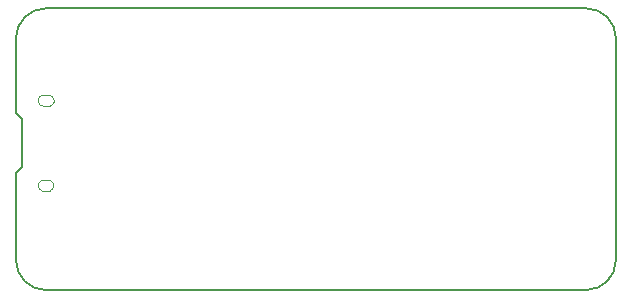
<source format=gbr>
G04 #@! TF.FileFunction,Profile,NP*
%FSLAX46Y46*%
G04 Gerber Fmt 4.6, Leading zero omitted, Abs format (unit mm)*
G04 Created by KiCad (PCBNEW 4.0.6) date Monday, September 17, 2018 'PMt' 12:21:56 PM*
%MOMM*%
%LPD*%
G01*
G04 APERTURE LIST*
%ADD10C,0.100000*%
%ADD11C,0.150000*%
G04 APERTURE END LIST*
D10*
D11*
X173900000Y-113900000D02*
X173900000Y-114900000D01*
X123100000Y-113900000D02*
X123100000Y-114900000D01*
X125641100Y-117433600D02*
X171361100Y-117433600D01*
X173901100Y-114893600D02*
G75*
G02X171361100Y-117433600I-2540000J0D01*
G01*
X173901100Y-113893600D02*
X173901100Y-96113600D01*
X171361100Y-93573600D02*
G75*
G02X173901100Y-96113600I0J-2540000D01*
G01*
X171361100Y-93573600D02*
X125641100Y-93573600D01*
X123101100Y-96113600D02*
G75*
G02X125641100Y-93573600I2540000J0D01*
G01*
X123101100Y-96113600D02*
X123101100Y-102463600D01*
X123101100Y-102463600D02*
X123609100Y-102971600D01*
X123609100Y-102971600D02*
X123609100Y-107035600D01*
X123609100Y-107035600D02*
X123101100Y-107543600D01*
X123101100Y-107543600D02*
X123101100Y-113893600D01*
X125641100Y-117433600D02*
G75*
G02X123101100Y-114893600I0J2540000D01*
G01*
D10*
X126296100Y-101303600D02*
G75*
G03X125946100Y-100953600I-350000J0D01*
G01*
X126296100Y-101303600D02*
X126296100Y-101503600D01*
X125946100Y-101853600D02*
G75*
G03X126296100Y-101503600I0J350000D01*
G01*
X125946100Y-101853600D02*
X125396100Y-101853600D01*
X124996100Y-101503600D02*
G75*
G03X125396100Y-101853600I375000J25000D01*
G01*
X124996100Y-101503600D02*
X124996100Y-101303600D01*
X125396100Y-100953600D02*
G75*
G03X124996100Y-101303600I-25000J-375000D01*
G01*
X125396100Y-100953600D02*
X125946100Y-100953600D01*
X124996100Y-108603600D02*
G75*
G03X125346100Y-109053600I400000J-50000D01*
G01*
X125346100Y-108153600D02*
G75*
G03X124996100Y-108603600I50000J-400000D01*
G01*
X125946100Y-109053600D02*
X125346100Y-109053600D01*
X125946100Y-109053600D02*
G75*
G03X126296100Y-108603600I-50000J400000D01*
G01*
X126296100Y-108603600D02*
G75*
G03X125946100Y-108153600I-400000J50000D01*
G01*
X125346100Y-108153600D02*
X125946100Y-108153600D01*
M02*

</source>
